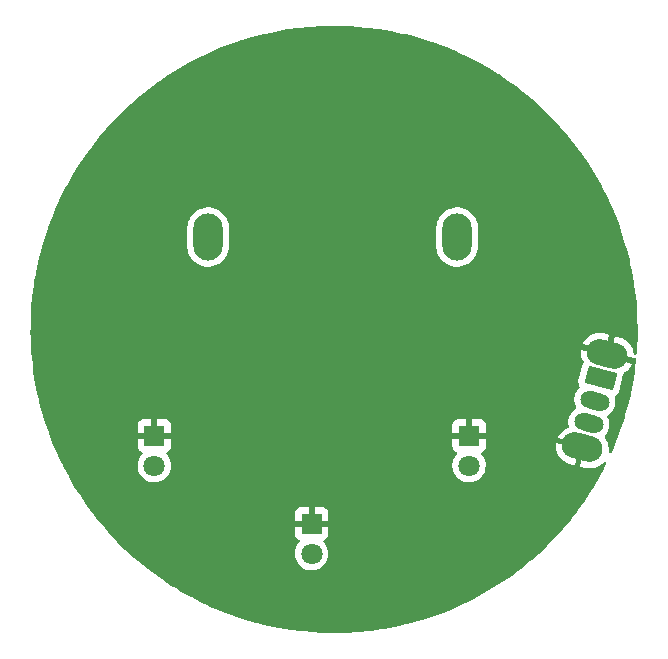
<source format=gbr>
%TF.GenerationSoftware,KiCad,Pcbnew,(6.0.4)*%
%TF.CreationDate,2022-06-06T17:04:31-07:00*%
%TF.ProjectId,Alpenglow_ChillySnowCloud_PCB,416c7065-6e67-46c6-9f77-5f4368696c6c,rev?*%
%TF.SameCoordinates,Original*%
%TF.FileFunction,Copper,L1,Top*%
%TF.FilePolarity,Positive*%
%FSLAX46Y46*%
G04 Gerber Fmt 4.6, Leading zero omitted, Abs format (unit mm)*
G04 Created by KiCad (PCBNEW (6.0.4)) date 2022-06-06 17:04:31*
%MOMM*%
%LPD*%
G01*
G04 APERTURE LIST*
G04 Aperture macros list*
%AMHorizOval*
0 Thick line with rounded ends*
0 $1 width*
0 $2 $3 position (X,Y) of the first rounded end (center of the circle)*
0 $4 $5 position (X,Y) of the second rounded end (center of the circle)*
0 Add line between two ends*
20,1,$1,$2,$3,$4,$5,0*
0 Add two circle primitives to create the rounded ends*
1,1,$1,$2,$3*
1,1,$1,$4,$5*%
%AMRotRect*
0 Rectangle, with rotation*
0 The origin of the aperture is its center*
0 $1 length*
0 $2 width*
0 $3 Rotation angle, in degrees counterclockwise*
0 Add horizontal line*
21,1,$1,$2,0,0,$3*%
G04 Aperture macros list end*
%TA.AperFunction,ComponentPad*%
%ADD10R,1.800000X1.800000*%
%TD*%
%TA.AperFunction,ComponentPad*%
%ADD11C,1.800000*%
%TD*%
%TA.AperFunction,ComponentPad*%
%ADD12O,2.500000X4.000000*%
%TD*%
%TA.AperFunction,ComponentPad*%
%ADD13HorizOval,2.200000X-0.627852X0.168232X0.627852X-0.168232X0*%
%TD*%
%TA.AperFunction,ComponentPad*%
%ADD14RotRect,1.500000X2.500000X255.000000*%
%TD*%
%TA.AperFunction,ComponentPad*%
%ADD15HorizOval,1.500000X-0.482963X0.129410X0.482963X-0.129410X0*%
%TD*%
G04 APERTURE END LIST*
D10*
%TO.P,D1,1,K*%
%TO.N,GND*%
X96088200Y-109397800D03*
D11*
%TO.P,D1,2,A*%
%TO.N,/LED+*%
X96088200Y-111937800D03*
%TD*%
D10*
%TO.P,D2,1,K*%
%TO.N,GND*%
X109397800Y-116840000D03*
D11*
%TO.P,D2,2,A*%
%TO.N,/LED+*%
X109397800Y-119380000D03*
%TD*%
D10*
%TO.P,D3,1,K*%
%TO.N,GND*%
X122732800Y-109397800D03*
D11*
%TO.P,D3,2,A*%
%TO.N,/LED+*%
X122732800Y-111937800D03*
%TD*%
D12*
%TO.P,BT1,1,+*%
%TO.N,VCC*%
X121716800Y-92583000D03*
X100634800Y-92583000D03*
%TD*%
D13*
%TO.P,SW1,*%
%TO.N,GND*%
X134443520Y-102471556D03*
X132321204Y-110392148D03*
D14*
%TO.P,SW1,1,A*%
%TO.N,unconnected-(SW1-Pad1)*%
X133900000Y-104500000D03*
D15*
%TO.P,SW1,2,B*%
%TO.N,VCC*%
X133382362Y-106431852D03*
%TO.P,SW1,3,C*%
%TO.N,/LED+*%
X132864724Y-108363703D03*
%TD*%
%TA.AperFunction,Conductor*%
%TO.N,GND*%
G36*
X111714619Y-74703779D02*
G01*
X112194626Y-74711320D01*
X112199461Y-74711488D01*
X112913298Y-74750148D01*
X113180146Y-74764599D01*
X113184956Y-74764953D01*
X114162820Y-74855667D01*
X114167622Y-74856206D01*
X115141312Y-74984395D01*
X115146050Y-74985111D01*
X115630104Y-75067852D01*
X116114134Y-75150589D01*
X116118886Y-75151496D01*
X117079840Y-75354001D01*
X117084553Y-75355089D01*
X117387538Y-75431193D01*
X118037078Y-75594346D01*
X118041698Y-75595602D01*
X118984309Y-75871240D01*
X118988905Y-75872680D01*
X119920253Y-76184305D01*
X119924806Y-76185926D01*
X120085726Y-76246733D01*
X120843494Y-76533070D01*
X120847985Y-76534867D01*
X121752641Y-76917007D01*
X121757053Y-76918970D01*
X121909870Y-76990555D01*
X122646407Y-77335575D01*
X122650740Y-77337707D01*
X122947872Y-77491068D01*
X123523444Y-77788143D01*
X123527699Y-77790444D01*
X124382455Y-78274042D01*
X124386619Y-78276505D01*
X125222153Y-78792541D01*
X125226220Y-78795161D01*
X126041374Y-79342922D01*
X126045337Y-79345697D01*
X126838849Y-79924336D01*
X126842702Y-79927261D01*
X127613401Y-80535921D01*
X127617140Y-80538992D01*
X128363929Y-81176811D01*
X128367546Y-81180023D01*
X129089268Y-81846009D01*
X129092760Y-81849357D01*
X129788420Y-82542593D01*
X129791780Y-82546073D01*
X130460292Y-83265477D01*
X130463517Y-83269084D01*
X130577362Y-83401441D01*
X131103937Y-84013642D01*
X131106981Y-84017320D01*
X131718369Y-84785939D01*
X131721307Y-84789782D01*
X132302708Y-85581265D01*
X132305493Y-85585212D01*
X132856108Y-86398467D01*
X132858726Y-86402501D01*
X133377671Y-87236222D01*
X133380149Y-87240377D01*
X133866752Y-88093481D01*
X133869058Y-88097712D01*
X134087084Y-88516536D01*
X134322526Y-88968816D01*
X134324674Y-88973142D01*
X134399755Y-89131977D01*
X134744368Y-89861012D01*
X134746345Y-89865410D01*
X134836609Y-90077031D01*
X135131663Y-90768776D01*
X135133475Y-90773261D01*
X135483817Y-91690715D01*
X135485455Y-91695267D01*
X135800328Y-92625519D01*
X135801790Y-92630128D01*
X136036393Y-93422133D01*
X136080708Y-93571739D01*
X136081989Y-93576388D01*
X136324439Y-94527557D01*
X136324565Y-94528050D01*
X136325667Y-94532747D01*
X136393629Y-94849759D01*
X136531533Y-95493025D01*
X136532456Y-95497774D01*
X136701304Y-96465226D01*
X136702041Y-96469988D01*
X136818070Y-97328152D01*
X136833628Y-97443223D01*
X136834183Y-97448016D01*
X136920994Y-98349582D01*
X136928312Y-98425587D01*
X136928681Y-98430387D01*
X136939001Y-98609361D01*
X136985214Y-99410845D01*
X136985400Y-99415679D01*
X137004262Y-100398015D01*
X137004276Y-100401973D01*
X136996651Y-101026048D01*
X136996540Y-101030005D01*
X136953683Y-102011576D01*
X136953379Y-102016404D01*
X136918436Y-102441423D01*
X136892920Y-102507676D01*
X136835635Y-102549616D01*
X136764769Y-102553928D01*
X136702822Y-102519242D01*
X136669462Y-102456572D01*
X136667938Y-102447545D01*
X136649743Y-102309337D01*
X136647691Y-102299686D01*
X136578620Y-102066506D01*
X136575075Y-102057272D01*
X136470376Y-101837769D01*
X136465442Y-101829223D01*
X136327692Y-101628793D01*
X136321477Y-101621118D01*
X136154067Y-101444705D01*
X136146735Y-101438103D01*
X135953782Y-101290045D01*
X135945511Y-101284674D01*
X135731773Y-101168625D01*
X135722763Y-101164613D01*
X135550888Y-101103749D01*
X135546205Y-101102295D01*
X135122543Y-100988775D01*
X135106667Y-100989153D01*
X135105141Y-100990186D01*
X135101540Y-100997171D01*
X134759293Y-102274454D01*
X134759671Y-102290330D01*
X134760704Y-102291856D01*
X134767689Y-102295457D01*
X136658056Y-102801979D01*
X136673932Y-102801601D01*
X136683744Y-102794960D01*
X136751370Y-102773344D01*
X136819947Y-102791720D01*
X136867703Y-102844254D01*
X136879943Y-102909632D01*
X136876384Y-102952919D01*
X136872910Y-102995174D01*
X136872421Y-102999984D01*
X136792900Y-103657120D01*
X136754440Y-103974937D01*
X136753770Y-103979709D01*
X136655088Y-104595798D01*
X136598440Y-104949459D01*
X136597583Y-104954220D01*
X136405155Y-105917227D01*
X136404117Y-105921952D01*
X136174849Y-106876924D01*
X136173629Y-106881606D01*
X136113180Y-107096661D01*
X135952723Y-107667508D01*
X135907884Y-107827027D01*
X135906489Y-107831647D01*
X135806223Y-108142076D01*
X135604636Y-108766201D01*
X135603061Y-108770775D01*
X135531035Y-108967596D01*
X135279015Y-109656275D01*
X135265557Y-109693050D01*
X135263822Y-109697523D01*
X134898098Y-110589250D01*
X134891161Y-110606164D01*
X134889240Y-110610603D01*
X134804202Y-110797204D01*
X134785377Y-110838511D01*
X134738927Y-110892204D01*
X134670822Y-110912260D01*
X134602686Y-110892312D01*
X134556150Y-110838693D01*
X134546832Y-110763299D01*
X134552288Y-110733858D01*
X134553322Y-110724028D01*
X134559689Y-110480907D01*
X134559172Y-110471057D01*
X134527427Y-110229929D01*
X134525375Y-110220278D01*
X134456304Y-109987098D01*
X134452759Y-109977864D01*
X134348060Y-109758361D01*
X134343126Y-109749815D01*
X134211255Y-109557939D01*
X134189155Y-109490469D01*
X134207041Y-109421762D01*
X134232266Y-109391623D01*
X134255463Y-109371387D01*
X134259693Y-109367697D01*
X134307355Y-109308205D01*
X134396649Y-109196749D01*
X134396652Y-109196744D01*
X134400155Y-109192372D01*
X134507349Y-108994945D01*
X134577887Y-108781655D01*
X134609542Y-108559245D01*
X134601310Y-108334744D01*
X134564990Y-108168161D01*
X134554648Y-108120730D01*
X134554647Y-108120728D01*
X134553453Y-108115250D01*
X134483245Y-107945751D01*
X134469630Y-107912881D01*
X134469627Y-107912876D01*
X134467483Y-107907699D01*
X134426391Y-107843692D01*
X134406423Y-107775563D01*
X134426458Y-107707452D01*
X134467717Y-107667508D01*
X134603231Y-107586405D01*
X134608042Y-107583526D01*
X134777331Y-107435846D01*
X134808911Y-107396428D01*
X134914287Y-107264898D01*
X134914290Y-107264893D01*
X134917793Y-107260521D01*
X135024987Y-107063094D01*
X135095525Y-106849804D01*
X135127180Y-106627394D01*
X135118948Y-106402893D01*
X135082628Y-106236310D01*
X135072286Y-106188879D01*
X135072285Y-106188877D01*
X135071091Y-106183399D01*
X135068946Y-106178220D01*
X135068943Y-106178211D01*
X135066292Y-106171812D01*
X135058702Y-106101222D01*
X135090481Y-106037735D01*
X135135804Y-106006645D01*
X135161830Y-105996209D01*
X135170157Y-105992870D01*
X135284702Y-105902895D01*
X135289921Y-105895592D01*
X135364796Y-105790815D01*
X135364797Y-105790814D01*
X135369390Y-105784386D01*
X135392008Y-105726072D01*
X135805153Y-104184195D01*
X135813939Y-104127442D01*
X135844128Y-104063184D01*
X135875460Y-104037598D01*
X135881935Y-104033860D01*
X136082367Y-103896108D01*
X136090042Y-103889893D01*
X136266455Y-103722483D01*
X136273057Y-103715151D01*
X136421115Y-103522198D01*
X136426486Y-103513927D01*
X136535429Y-103313278D01*
X136538393Y-103299491D01*
X136530729Y-103293781D01*
X134132435Y-102651161D01*
X132228984Y-102141133D01*
X132214888Y-102141469D01*
X132211125Y-102150255D01*
X132205035Y-102382797D01*
X132205552Y-102392647D01*
X132237297Y-102633775D01*
X132239349Y-102643426D01*
X132308422Y-102876612D01*
X132311960Y-102885829D01*
X132416664Y-103105344D01*
X132420404Y-103111823D01*
X132437142Y-103180819D01*
X132428758Y-103220387D01*
X132409226Y-103270744D01*
X132409221Y-103270760D01*
X132407992Y-103273928D01*
X131994847Y-104815805D01*
X131985278Y-104877616D01*
X131999366Y-105022592D01*
X132053576Y-105157785D01*
X132059120Y-105164842D01*
X132059120Y-105164843D01*
X132078623Y-105189671D01*
X132104974Y-105255597D01*
X132091500Y-105325303D01*
X132062367Y-105362454D01*
X131987393Y-105427858D01*
X131983884Y-105432238D01*
X131850437Y-105598806D01*
X131850434Y-105598811D01*
X131846931Y-105603183D01*
X131844255Y-105608112D01*
X131742410Y-105795684D01*
X131742408Y-105795690D01*
X131739736Y-105800610D01*
X131669198Y-106013900D01*
X131637543Y-106236310D01*
X131645776Y-106460811D01*
X131646970Y-106466289D01*
X131646971Y-106466294D01*
X131683307Y-106632945D01*
X131693633Y-106680305D01*
X131779603Y-106887856D01*
X131782634Y-106892578D01*
X131782636Y-106892581D01*
X131820693Y-106951861D01*
X131840662Y-107019992D01*
X131820627Y-107088103D01*
X131779370Y-107128046D01*
X131639044Y-107212029D01*
X131469755Y-107359709D01*
X131466246Y-107364089D01*
X131332799Y-107530657D01*
X131332796Y-107530662D01*
X131329293Y-107535034D01*
X131326617Y-107539963D01*
X131224772Y-107727535D01*
X131224770Y-107727541D01*
X131222098Y-107732461D01*
X131151560Y-107945751D01*
X131119905Y-108168161D01*
X131128138Y-108392662D01*
X131129334Y-108398147D01*
X131169923Y-108584309D01*
X131164891Y-108655127D01*
X131122372Y-108711982D01*
X131101059Y-108724876D01*
X130891339Y-108824908D01*
X130882782Y-108829848D01*
X130682358Y-108967596D01*
X130674682Y-108973811D01*
X130498269Y-109141221D01*
X130491667Y-109148553D01*
X130343609Y-109341506D01*
X130338238Y-109349777D01*
X130229295Y-109550426D01*
X130226331Y-109564213D01*
X130233995Y-109569923D01*
X132510582Y-110179932D01*
X132571205Y-110216884D01*
X132602226Y-110280744D01*
X132599678Y-110334250D01*
X132500809Y-110703233D01*
X132155056Y-111993600D01*
X132155434Y-112009476D01*
X132156467Y-112011002D01*
X132163452Y-112014603D01*
X132591514Y-112129301D01*
X132596331Y-112130391D01*
X132775581Y-112163613D01*
X132785408Y-112164646D01*
X133028528Y-112171013D01*
X133038378Y-112170496D01*
X133279506Y-112138751D01*
X133289157Y-112136699D01*
X133522344Y-112067626D01*
X133531561Y-112064088D01*
X133751073Y-111959386D01*
X133759626Y-111954447D01*
X133960051Y-111816700D01*
X133967726Y-111810485D01*
X134133399Y-111653266D01*
X134196581Y-111620884D01*
X134267240Y-111627800D01*
X134322942Y-111671820D01*
X134346003Y-111738967D01*
X134332697Y-111801277D01*
X134038628Y-112385968D01*
X134036372Y-112390248D01*
X133823193Y-112776422D01*
X133614725Y-113154062D01*
X133561741Y-113250042D01*
X133559330Y-113254218D01*
X133282316Y-113713428D01*
X133052054Y-114095138D01*
X133049476Y-114099232D01*
X132510298Y-114920052D01*
X132507565Y-114924044D01*
X131937251Y-115723594D01*
X131934366Y-115727477D01*
X131849216Y-115837648D01*
X131602985Y-116156235D01*
X131333829Y-116504482D01*
X131330798Y-116508253D01*
X130700830Y-117261685D01*
X130697656Y-117265336D01*
X130039239Y-117994021D01*
X130035927Y-117997547D01*
X129350052Y-118700390D01*
X129346609Y-118703786D01*
X129160277Y-118880609D01*
X128634218Y-119379820D01*
X128630645Y-119383082D01*
X128551789Y-119452359D01*
X128036647Y-119904922D01*
X127892863Y-120031239D01*
X127889177Y-120034354D01*
X127470712Y-120374432D01*
X127127020Y-120653743D01*
X127123213Y-120656717D01*
X126689659Y-120982239D01*
X126337862Y-121246376D01*
X126333938Y-121249206D01*
X125526533Y-121808278D01*
X125522504Y-121810955D01*
X124694229Y-122338625D01*
X124690100Y-122341146D01*
X123842157Y-122836644D01*
X123837954Y-122838992D01*
X122971641Y-123301560D01*
X122967331Y-123303756D01*
X122083895Y-123732730D01*
X122079537Y-123734744D01*
X121180243Y-124129506D01*
X121175805Y-124131353D01*
X120335871Y-124462212D01*
X120262047Y-124491292D01*
X120257513Y-124492978D01*
X119330631Y-124817568D01*
X119326035Y-124819079D01*
X118387368Y-125107850D01*
X118382718Y-125109183D01*
X117847786Y-125251518D01*
X117433657Y-125361709D01*
X117428996Y-125362854D01*
X116470923Y-125578765D01*
X116466203Y-125579734D01*
X115500546Y-125758709D01*
X115495791Y-125759496D01*
X115291749Y-125789262D01*
X114524013Y-125901262D01*
X114519213Y-125901869D01*
X114030940Y-125954051D01*
X113542646Y-126006234D01*
X113537869Y-126006651D01*
X112948936Y-126046801D01*
X112558080Y-126073447D01*
X112553248Y-126073684D01*
X112062409Y-126088252D01*
X111571558Y-126102820D01*
X111566747Y-126102870D01*
X110888767Y-126096953D01*
X110584714Y-126094299D01*
X110579879Y-126094164D01*
X110145599Y-126073684D01*
X109598902Y-126047902D01*
X109594091Y-126047584D01*
X108615562Y-125963694D01*
X108610768Y-125963190D01*
X107636220Y-125841804D01*
X107631435Y-125841114D01*
X106662276Y-125682408D01*
X106657518Y-125681535D01*
X105695140Y-125485737D01*
X105690418Y-125484681D01*
X104736289Y-125252089D01*
X104731612Y-125250853D01*
X104110820Y-125074016D01*
X103787117Y-124981807D01*
X103782498Y-124980395D01*
X102849015Y-124675286D01*
X102844446Y-124673695D01*
X101923369Y-124332978D01*
X101918865Y-124331213D01*
X101011537Y-123955386D01*
X101007104Y-123953449D01*
X100521289Y-123729999D01*
X100114868Y-123543066D01*
X100110541Y-123540974D01*
X99234710Y-123096640D01*
X99230447Y-123094373D01*
X98999417Y-122965783D01*
X98372346Y-122616760D01*
X98368165Y-122614327D01*
X97914715Y-122338625D01*
X97529008Y-122104111D01*
X97524951Y-122101537D01*
X96705966Y-121559462D01*
X96701992Y-121556720D01*
X95904502Y-120983664D01*
X95900628Y-120980767D01*
X95141475Y-120389784D01*
X95125659Y-120377471D01*
X95121906Y-120374432D01*
X94932241Y-120214719D01*
X94370691Y-119741850D01*
X94367068Y-119738678D01*
X93934937Y-119345469D01*
X107984895Y-119345469D01*
X107985192Y-119350622D01*
X107985192Y-119350625D01*
X107990867Y-119449041D01*
X107998227Y-119576697D01*
X107999364Y-119581743D01*
X107999365Y-119581749D01*
X108031541Y-119724523D01*
X108049146Y-119802642D01*
X108051088Y-119807424D01*
X108051089Y-119807428D01*
X108134340Y-120012450D01*
X108136284Y-120017237D01*
X108257301Y-120214719D01*
X108408947Y-120389784D01*
X108587149Y-120537730D01*
X108787122Y-120654584D01*
X109003494Y-120737209D01*
X109008560Y-120738240D01*
X109008561Y-120738240D01*
X109061646Y-120749040D01*
X109230456Y-120783385D01*
X109361124Y-120788176D01*
X109456749Y-120791683D01*
X109456753Y-120791683D01*
X109461913Y-120791872D01*
X109467033Y-120791216D01*
X109467035Y-120791216D01*
X109540070Y-120781860D01*
X109691647Y-120762442D01*
X109696595Y-120760957D01*
X109696602Y-120760956D01*
X109908547Y-120697369D01*
X109913490Y-120695886D01*
X109996408Y-120655265D01*
X110116849Y-120596262D01*
X110116852Y-120596260D01*
X110121484Y-120593991D01*
X110310043Y-120459494D01*
X110474103Y-120296005D01*
X110609258Y-120107917D01*
X110647155Y-120031239D01*
X110709584Y-119904922D01*
X110709585Y-119904920D01*
X110711878Y-119900280D01*
X110779208Y-119678671D01*
X110809440Y-119449041D01*
X110811127Y-119380000D01*
X110804832Y-119303434D01*
X110792573Y-119154318D01*
X110792572Y-119154312D01*
X110792149Y-119149167D01*
X110735725Y-118924533D01*
X110733666Y-118919797D01*
X110645430Y-118716868D01*
X110645428Y-118716865D01*
X110643370Y-118712131D01*
X110517564Y-118517665D01*
X110427286Y-118418450D01*
X110396234Y-118354605D01*
X110404629Y-118284106D01*
X110449805Y-118229338D01*
X110476249Y-118215669D01*
X110535854Y-118193324D01*
X110551449Y-118184786D01*
X110653524Y-118108285D01*
X110666085Y-118095724D01*
X110742586Y-117993649D01*
X110751124Y-117978054D01*
X110796278Y-117857606D01*
X110799905Y-117842351D01*
X110805431Y-117791486D01*
X110805800Y-117784672D01*
X110805800Y-117112115D01*
X110801325Y-117096876D01*
X110799935Y-117095671D01*
X110792252Y-117094000D01*
X108007916Y-117094000D01*
X107992677Y-117098475D01*
X107991472Y-117099865D01*
X107989801Y-117107548D01*
X107989801Y-117784669D01*
X107990171Y-117791490D01*
X107995695Y-117842352D01*
X107999321Y-117857604D01*
X108044476Y-117978054D01*
X108053014Y-117993649D01*
X108129515Y-118095724D01*
X108142076Y-118108285D01*
X108244151Y-118184786D01*
X108259746Y-118193324D01*
X108319340Y-118215665D01*
X108376104Y-118258307D01*
X108400804Y-118324868D01*
X108385596Y-118394217D01*
X108366204Y-118420698D01*
X108299439Y-118490564D01*
X108296525Y-118494836D01*
X108296524Y-118494837D01*
X108280952Y-118517665D01*
X108168919Y-118681899D01*
X108071402Y-118891981D01*
X108009507Y-119115169D01*
X107984895Y-119345469D01*
X93934937Y-119345469D01*
X93640685Y-119077720D01*
X93637170Y-119074396D01*
X92936688Y-118386033D01*
X92933304Y-118382577D01*
X92259798Y-117667872D01*
X92256548Y-117664288D01*
X92182453Y-117579351D01*
X91610941Y-116924214D01*
X91607865Y-116920548D01*
X91323302Y-116567885D01*
X107989800Y-116567885D01*
X107994275Y-116583124D01*
X107995665Y-116584329D01*
X108003348Y-116586000D01*
X109125685Y-116586000D01*
X109140924Y-116581525D01*
X109142129Y-116580135D01*
X109143800Y-116572452D01*
X109143800Y-116567885D01*
X109651800Y-116567885D01*
X109656275Y-116583124D01*
X109657665Y-116584329D01*
X109665348Y-116586000D01*
X110787684Y-116586000D01*
X110802923Y-116581525D01*
X110804128Y-116580135D01*
X110805799Y-116572452D01*
X110805799Y-115895331D01*
X110805429Y-115888510D01*
X110799905Y-115837648D01*
X110796279Y-115822396D01*
X110751124Y-115701946D01*
X110742586Y-115686351D01*
X110666085Y-115584276D01*
X110653524Y-115571715D01*
X110551449Y-115495214D01*
X110535854Y-115486676D01*
X110415406Y-115441522D01*
X110400151Y-115437895D01*
X110349286Y-115432369D01*
X110342472Y-115432000D01*
X109669915Y-115432000D01*
X109654676Y-115436475D01*
X109653471Y-115437865D01*
X109651800Y-115445548D01*
X109651800Y-116567885D01*
X109143800Y-116567885D01*
X109143800Y-115450116D01*
X109139325Y-115434877D01*
X109137935Y-115433672D01*
X109130252Y-115432001D01*
X108453131Y-115432001D01*
X108446310Y-115432371D01*
X108395448Y-115437895D01*
X108380196Y-115441521D01*
X108259746Y-115486676D01*
X108244151Y-115495214D01*
X108142076Y-115571715D01*
X108129515Y-115584276D01*
X108053014Y-115686351D01*
X108044476Y-115701946D01*
X107999322Y-115822394D01*
X107995695Y-115837649D01*
X107990169Y-115888514D01*
X107989800Y-115895328D01*
X107989800Y-116567885D01*
X91323302Y-116567885D01*
X91135307Y-116334900D01*
X90991143Y-116156235D01*
X90988178Y-116152413D01*
X90401254Y-115364995D01*
X90398438Y-115361061D01*
X90096735Y-114922081D01*
X89842171Y-114551687D01*
X89839540Y-114547698D01*
X89314748Y-113717560D01*
X89312246Y-113713428D01*
X88819723Y-112863779D01*
X88817378Y-112859548D01*
X88357847Y-111991647D01*
X88355665Y-111987329D01*
X88315210Y-111903269D01*
X94675295Y-111903269D01*
X94675592Y-111908422D01*
X94675592Y-111908425D01*
X94681714Y-112014603D01*
X94688627Y-112134497D01*
X94689764Y-112139543D01*
X94689765Y-112139549D01*
X94721941Y-112282323D01*
X94739546Y-112360442D01*
X94741488Y-112365224D01*
X94741489Y-112365228D01*
X94824740Y-112570250D01*
X94826684Y-112575037D01*
X94947701Y-112772519D01*
X95099347Y-112947584D01*
X95277549Y-113095530D01*
X95477522Y-113212384D01*
X95693894Y-113295009D01*
X95698960Y-113296040D01*
X95698961Y-113296040D01*
X95752046Y-113306840D01*
X95920856Y-113341185D01*
X96051524Y-113345976D01*
X96147149Y-113349483D01*
X96147153Y-113349483D01*
X96152313Y-113349672D01*
X96157433Y-113349016D01*
X96157435Y-113349016D01*
X96230470Y-113339660D01*
X96382047Y-113320242D01*
X96386995Y-113318757D01*
X96387002Y-113318756D01*
X96598947Y-113255169D01*
X96603890Y-113253686D01*
X96608524Y-113251416D01*
X96807249Y-113154062D01*
X96807252Y-113154060D01*
X96811884Y-113151791D01*
X97000443Y-113017294D01*
X97164503Y-112853805D01*
X97299658Y-112665717D01*
X97346841Y-112570250D01*
X97399984Y-112462722D01*
X97399985Y-112462720D01*
X97402278Y-112458080D01*
X97469608Y-112236471D01*
X97499840Y-112006841D01*
X97501527Y-111937800D01*
X97498688Y-111903269D01*
X121319895Y-111903269D01*
X121320192Y-111908422D01*
X121320192Y-111908425D01*
X121326314Y-112014603D01*
X121333227Y-112134497D01*
X121334364Y-112139543D01*
X121334365Y-112139549D01*
X121366541Y-112282323D01*
X121384146Y-112360442D01*
X121386088Y-112365224D01*
X121386089Y-112365228D01*
X121469340Y-112570250D01*
X121471284Y-112575037D01*
X121592301Y-112772519D01*
X121743947Y-112947584D01*
X121922149Y-113095530D01*
X122122122Y-113212384D01*
X122338494Y-113295009D01*
X122343560Y-113296040D01*
X122343561Y-113296040D01*
X122396646Y-113306840D01*
X122565456Y-113341185D01*
X122696124Y-113345976D01*
X122791749Y-113349483D01*
X122791753Y-113349483D01*
X122796913Y-113349672D01*
X122802033Y-113349016D01*
X122802035Y-113349016D01*
X122875070Y-113339660D01*
X123026647Y-113320242D01*
X123031595Y-113318757D01*
X123031602Y-113318756D01*
X123243547Y-113255169D01*
X123248490Y-113253686D01*
X123253124Y-113251416D01*
X123451849Y-113154062D01*
X123451852Y-113154060D01*
X123456484Y-113151791D01*
X123645043Y-113017294D01*
X123809103Y-112853805D01*
X123944258Y-112665717D01*
X123991441Y-112570250D01*
X124044584Y-112462722D01*
X124044585Y-112462720D01*
X124046878Y-112458080D01*
X124114208Y-112236471D01*
X124144440Y-112006841D01*
X124146127Y-111937800D01*
X124129780Y-111738967D01*
X124127573Y-111712118D01*
X124127572Y-111712112D01*
X124127149Y-111706967D01*
X124095014Y-111579030D01*
X124071984Y-111487344D01*
X124071983Y-111487340D01*
X124070725Y-111482333D01*
X124068666Y-111477597D01*
X123980430Y-111274668D01*
X123980428Y-111274665D01*
X123978370Y-111269931D01*
X123852564Y-111075465D01*
X123762286Y-110976250D01*
X123731234Y-110912405D01*
X123739629Y-110841906D01*
X123784805Y-110787138D01*
X123811249Y-110773469D01*
X123870854Y-110751124D01*
X123886449Y-110742586D01*
X123988524Y-110666085D01*
X124001085Y-110653524D01*
X124077586Y-110551449D01*
X124086124Y-110535854D01*
X124131278Y-110415406D01*
X124134905Y-110400151D01*
X124140431Y-110349286D01*
X124140800Y-110342472D01*
X124140800Y-110303389D01*
X130082719Y-110303389D01*
X130083236Y-110313239D01*
X130114981Y-110554367D01*
X130117033Y-110564018D01*
X130186106Y-110797204D01*
X130189644Y-110806421D01*
X130294346Y-111025934D01*
X130299284Y-111034486D01*
X130437032Y-111234910D01*
X130443247Y-111242586D01*
X130610657Y-111418999D01*
X130617989Y-111425601D01*
X130810942Y-111573659D01*
X130819213Y-111579030D01*
X131032948Y-111695078D01*
X131041964Y-111699092D01*
X131213825Y-111759951D01*
X131218526Y-111761411D01*
X131642181Y-111874929D01*
X131658057Y-111874551D01*
X131659583Y-111873518D01*
X131663184Y-111866533D01*
X132005431Y-110589250D01*
X132005053Y-110573374D01*
X132004020Y-110571848D01*
X131997035Y-110568247D01*
X130106668Y-110061725D01*
X130092572Y-110062061D01*
X130088809Y-110070847D01*
X130082719Y-110303389D01*
X124140800Y-110303389D01*
X124140800Y-109669915D01*
X124136325Y-109654676D01*
X124134935Y-109653471D01*
X124127252Y-109651800D01*
X121342916Y-109651800D01*
X121327677Y-109656275D01*
X121326472Y-109657665D01*
X121324801Y-109665348D01*
X121324801Y-110342469D01*
X121325171Y-110349290D01*
X121330695Y-110400152D01*
X121334321Y-110415404D01*
X121379476Y-110535854D01*
X121388014Y-110551449D01*
X121464515Y-110653524D01*
X121477076Y-110666085D01*
X121579151Y-110742586D01*
X121594746Y-110751124D01*
X121654340Y-110773465D01*
X121711104Y-110816107D01*
X121735804Y-110882668D01*
X121720596Y-110952017D01*
X121701204Y-110978498D01*
X121634439Y-111048364D01*
X121631525Y-111052636D01*
X121631524Y-111052637D01*
X121615952Y-111075465D01*
X121503919Y-111239699D01*
X121406402Y-111449781D01*
X121344507Y-111672969D01*
X121319895Y-111903269D01*
X97498688Y-111903269D01*
X97485180Y-111738967D01*
X97482973Y-111712118D01*
X97482972Y-111712112D01*
X97482549Y-111706967D01*
X97450414Y-111579030D01*
X97427384Y-111487344D01*
X97427383Y-111487340D01*
X97426125Y-111482333D01*
X97424066Y-111477597D01*
X97335830Y-111274668D01*
X97335828Y-111274665D01*
X97333770Y-111269931D01*
X97207964Y-111075465D01*
X97117686Y-110976250D01*
X97086634Y-110912405D01*
X97095029Y-110841906D01*
X97140205Y-110787138D01*
X97166649Y-110773469D01*
X97226254Y-110751124D01*
X97241849Y-110742586D01*
X97343924Y-110666085D01*
X97356485Y-110653524D01*
X97432986Y-110551449D01*
X97441524Y-110535854D01*
X97486678Y-110415406D01*
X97490305Y-110400151D01*
X97495831Y-110349286D01*
X97496200Y-110342472D01*
X97496200Y-109669915D01*
X97491725Y-109654676D01*
X97490335Y-109653471D01*
X97482652Y-109651800D01*
X94698316Y-109651800D01*
X94683077Y-109656275D01*
X94681872Y-109657665D01*
X94680201Y-109665348D01*
X94680201Y-110342469D01*
X94680571Y-110349290D01*
X94686095Y-110400152D01*
X94689721Y-110415404D01*
X94734876Y-110535854D01*
X94743414Y-110551449D01*
X94819915Y-110653524D01*
X94832476Y-110666085D01*
X94934551Y-110742586D01*
X94950146Y-110751124D01*
X95009740Y-110773465D01*
X95066504Y-110816107D01*
X95091204Y-110882668D01*
X95075996Y-110952017D01*
X95056604Y-110978498D01*
X94989839Y-111048364D01*
X94986925Y-111052636D01*
X94986924Y-111052637D01*
X94971352Y-111075465D01*
X94859319Y-111239699D01*
X94761802Y-111449781D01*
X94699907Y-111672969D01*
X94675295Y-111903269D01*
X88315210Y-111903269D01*
X88201981Y-111667997D01*
X87929768Y-111102379D01*
X87927757Y-111097987D01*
X87906180Y-111048364D01*
X87536149Y-110197349D01*
X87534310Y-110192888D01*
X87529259Y-110179932D01*
X87177574Y-109277904D01*
X87175907Y-109273375D01*
X87124765Y-109125685D01*
X94680200Y-109125685D01*
X94684675Y-109140924D01*
X94686065Y-109142129D01*
X94693748Y-109143800D01*
X95816085Y-109143800D01*
X95831324Y-109139325D01*
X95832529Y-109137935D01*
X95834200Y-109130252D01*
X95834200Y-109125685D01*
X96342200Y-109125685D01*
X96346675Y-109140924D01*
X96348065Y-109142129D01*
X96355748Y-109143800D01*
X97478084Y-109143800D01*
X97493323Y-109139325D01*
X97494528Y-109137935D01*
X97496199Y-109130252D01*
X97496199Y-109125685D01*
X121324800Y-109125685D01*
X121329275Y-109140924D01*
X121330665Y-109142129D01*
X121338348Y-109143800D01*
X122460685Y-109143800D01*
X122475924Y-109139325D01*
X122477129Y-109137935D01*
X122478800Y-109130252D01*
X122478800Y-109125685D01*
X122986800Y-109125685D01*
X122991275Y-109140924D01*
X122992665Y-109142129D01*
X123000348Y-109143800D01*
X124122684Y-109143800D01*
X124137923Y-109139325D01*
X124139128Y-109137935D01*
X124140799Y-109130252D01*
X124140799Y-108453131D01*
X124140429Y-108446310D01*
X124134905Y-108395448D01*
X124131279Y-108380196D01*
X124086124Y-108259746D01*
X124077586Y-108244151D01*
X124001085Y-108142076D01*
X123988524Y-108129515D01*
X123886449Y-108053014D01*
X123870854Y-108044476D01*
X123750406Y-107999322D01*
X123735151Y-107995695D01*
X123684286Y-107990169D01*
X123677472Y-107989800D01*
X123004915Y-107989800D01*
X122989676Y-107994275D01*
X122988471Y-107995665D01*
X122986800Y-108003348D01*
X122986800Y-109125685D01*
X122478800Y-109125685D01*
X122478800Y-108007916D01*
X122474325Y-107992677D01*
X122472935Y-107991472D01*
X122465252Y-107989801D01*
X121788131Y-107989801D01*
X121781310Y-107990171D01*
X121730448Y-107995695D01*
X121715196Y-107999321D01*
X121594746Y-108044476D01*
X121579151Y-108053014D01*
X121477076Y-108129515D01*
X121464515Y-108142076D01*
X121388014Y-108244151D01*
X121379476Y-108259746D01*
X121334322Y-108380194D01*
X121330695Y-108395449D01*
X121325169Y-108446314D01*
X121324800Y-108453128D01*
X121324800Y-109125685D01*
X97496199Y-109125685D01*
X97496199Y-108453131D01*
X97495829Y-108446310D01*
X97490305Y-108395448D01*
X97486679Y-108380196D01*
X97441524Y-108259746D01*
X97432986Y-108244151D01*
X97356485Y-108142076D01*
X97343924Y-108129515D01*
X97241849Y-108053014D01*
X97226254Y-108044476D01*
X97105806Y-107999322D01*
X97090551Y-107995695D01*
X97039686Y-107990169D01*
X97032872Y-107989800D01*
X96360315Y-107989800D01*
X96345076Y-107994275D01*
X96343871Y-107995665D01*
X96342200Y-108003348D01*
X96342200Y-109125685D01*
X95834200Y-109125685D01*
X95834200Y-108007916D01*
X95829725Y-107992677D01*
X95828335Y-107991472D01*
X95820652Y-107989801D01*
X95143531Y-107989801D01*
X95136710Y-107990171D01*
X95085848Y-107995695D01*
X95070596Y-107999321D01*
X94950146Y-108044476D01*
X94934551Y-108053014D01*
X94832476Y-108129515D01*
X94819915Y-108142076D01*
X94743414Y-108244151D01*
X94734876Y-108259746D01*
X94689722Y-108380194D01*
X94686095Y-108395449D01*
X94680569Y-108446314D01*
X94680200Y-108453128D01*
X94680200Y-109125685D01*
X87124765Y-109125685D01*
X86854548Y-108345345D01*
X86853053Y-108340744D01*
X86567562Y-107401082D01*
X86566245Y-107396428D01*
X86434063Y-106892581D01*
X86317024Y-106446455D01*
X86315896Y-106441788D01*
X86308518Y-106408504D01*
X86103341Y-105483012D01*
X86102387Y-105478285D01*
X86092553Y-105424168D01*
X86006283Y-104949459D01*
X85926784Y-104512004D01*
X85926011Y-104507229D01*
X85850255Y-103974937D01*
X85787636Y-103534957D01*
X85787048Y-103530169D01*
X85686093Y-102553241D01*
X85685691Y-102548444D01*
X85679167Y-102447545D01*
X85627179Y-101643621D01*
X132348647Y-101643621D01*
X132356311Y-101649331D01*
X134246418Y-102155783D01*
X134262294Y-102155405D01*
X134263820Y-102154372D01*
X134267421Y-102147387D01*
X134609668Y-100870104D01*
X134609290Y-100854228D01*
X134608257Y-100852702D01*
X134601272Y-100849101D01*
X134173210Y-100734403D01*
X134168393Y-100733313D01*
X133989143Y-100700091D01*
X133979316Y-100699058D01*
X133736195Y-100692691D01*
X133726345Y-100693208D01*
X133485217Y-100724953D01*
X133475566Y-100727005D01*
X133242380Y-100796078D01*
X133233163Y-100799616D01*
X133013650Y-100904318D01*
X133005098Y-100909256D01*
X132804674Y-101047004D01*
X132796998Y-101053219D01*
X132620585Y-101220629D01*
X132613983Y-101227961D01*
X132465925Y-101420914D01*
X132460554Y-101429185D01*
X132351611Y-101629834D01*
X132348647Y-101643621D01*
X85627179Y-101643621D01*
X85622318Y-101568451D01*
X85622098Y-101563619D01*
X85611649Y-101164613D01*
X85596389Y-100581847D01*
X85596355Y-100577035D01*
X85598495Y-100401973D01*
X85608355Y-99595004D01*
X85608506Y-99590191D01*
X85617347Y-99415679D01*
X85658193Y-98609344D01*
X85658530Y-98604535D01*
X85664677Y-98535666D01*
X85745829Y-97626371D01*
X85746351Y-97621563D01*
X85871140Y-96647431D01*
X85871847Y-96642645D01*
X85927304Y-96311251D01*
X86033938Y-95674031D01*
X86034826Y-95669287D01*
X86233978Y-94707618D01*
X86235050Y-94702900D01*
X86470971Y-93749590D01*
X86472223Y-93744917D01*
X86571964Y-93399354D01*
X98876300Y-93399354D01*
X98876473Y-93401679D01*
X98876473Y-93401685D01*
X98889111Y-93571739D01*
X98890739Y-93593652D01*
X98891768Y-93598200D01*
X98891769Y-93598206D01*
X98924967Y-93744917D01*
X98948423Y-93848577D01*
X99043153Y-94092177D01*
X99172849Y-94319098D01*
X99334662Y-94524357D01*
X99525037Y-94703443D01*
X99739791Y-94852424D01*
X99743981Y-94854490D01*
X99743984Y-94854492D01*
X99970019Y-94965960D01*
X99970022Y-94965961D01*
X99974207Y-94968025D01*
X99978650Y-94969447D01*
X99978652Y-94969448D01*
X100218677Y-95046280D01*
X100223135Y-95047707D01*
X100481107Y-95089721D01*
X100594858Y-95091210D01*
X100737778Y-95093081D01*
X100737781Y-95093081D01*
X100742455Y-95093142D01*
X101001438Y-95057896D01*
X101252367Y-94984757D01*
X101288662Y-94968025D01*
X101306912Y-94959611D01*
X101489728Y-94875332D01*
X101539776Y-94842519D01*
X101704396Y-94734590D01*
X101704401Y-94734586D01*
X101708309Y-94732024D01*
X101903306Y-94557982D01*
X102070437Y-94357030D01*
X102206029Y-94133581D01*
X102307103Y-93892545D01*
X102371441Y-93639217D01*
X102387200Y-93482718D01*
X102392984Y-93425271D01*
X102393300Y-93422133D01*
X102393300Y-93399354D01*
X119958300Y-93399354D01*
X119958473Y-93401679D01*
X119958473Y-93401685D01*
X119971111Y-93571739D01*
X119972739Y-93593652D01*
X119973768Y-93598200D01*
X119973769Y-93598206D01*
X120006967Y-93744917D01*
X120030423Y-93848577D01*
X120125153Y-94092177D01*
X120254849Y-94319098D01*
X120416662Y-94524357D01*
X120607037Y-94703443D01*
X120821791Y-94852424D01*
X120825981Y-94854490D01*
X120825984Y-94854492D01*
X121052019Y-94965960D01*
X121052022Y-94965961D01*
X121056207Y-94968025D01*
X121060650Y-94969447D01*
X121060652Y-94969448D01*
X121300677Y-95046280D01*
X121305135Y-95047707D01*
X121563107Y-95089721D01*
X121676858Y-95091210D01*
X121819778Y-95093081D01*
X121819781Y-95093081D01*
X121824455Y-95093142D01*
X122083438Y-95057896D01*
X122334367Y-94984757D01*
X122370662Y-94968025D01*
X122388912Y-94959611D01*
X122571728Y-94875332D01*
X122621776Y-94842519D01*
X122786396Y-94734590D01*
X122786401Y-94734586D01*
X122790309Y-94732024D01*
X122985306Y-94557982D01*
X123152437Y-94357030D01*
X123288029Y-94133581D01*
X123389103Y-93892545D01*
X123453441Y-93639217D01*
X123469200Y-93482718D01*
X123474984Y-93425271D01*
X123475300Y-93422133D01*
X123475300Y-91766646D01*
X123469826Y-91692979D01*
X123461207Y-91577000D01*
X123461206Y-91576996D01*
X123460861Y-91572348D01*
X123449525Y-91522248D01*
X123404208Y-91321980D01*
X123403177Y-91317423D01*
X123308447Y-91073823D01*
X123178751Y-90846902D01*
X123016938Y-90641643D01*
X122826563Y-90462557D01*
X122611809Y-90313576D01*
X122607616Y-90311508D01*
X122381581Y-90200040D01*
X122381578Y-90200039D01*
X122377393Y-90197975D01*
X122331249Y-90183204D01*
X122132923Y-90119720D01*
X122128465Y-90118293D01*
X121870493Y-90076279D01*
X121756742Y-90074790D01*
X121613822Y-90072919D01*
X121613819Y-90072919D01*
X121609145Y-90072858D01*
X121350162Y-90108104D01*
X121099233Y-90181243D01*
X121094980Y-90183203D01*
X121094979Y-90183204D01*
X121058459Y-90200040D01*
X120861872Y-90290668D01*
X120822867Y-90316241D01*
X120647204Y-90431410D01*
X120647199Y-90431414D01*
X120643291Y-90433976D01*
X120448294Y-90608018D01*
X120281163Y-90808970D01*
X120278734Y-90812973D01*
X120201726Y-90939879D01*
X120145571Y-91032419D01*
X120044497Y-91273455D01*
X119980159Y-91526783D01*
X119958300Y-91743867D01*
X119958300Y-93399354D01*
X102393300Y-93399354D01*
X102393300Y-91766646D01*
X102387826Y-91692979D01*
X102379207Y-91577000D01*
X102379206Y-91576996D01*
X102378861Y-91572348D01*
X102367525Y-91522248D01*
X102322208Y-91321980D01*
X102321177Y-91317423D01*
X102226447Y-91073823D01*
X102096751Y-90846902D01*
X101934938Y-90641643D01*
X101744563Y-90462557D01*
X101529809Y-90313576D01*
X101525616Y-90311508D01*
X101299581Y-90200040D01*
X101299578Y-90200039D01*
X101295393Y-90197975D01*
X101249249Y-90183204D01*
X101050923Y-90119720D01*
X101046465Y-90118293D01*
X100788493Y-90076279D01*
X100674742Y-90074790D01*
X100531822Y-90072919D01*
X100531819Y-90072919D01*
X100527145Y-90072858D01*
X100268162Y-90108104D01*
X100017233Y-90181243D01*
X100012980Y-90183203D01*
X100012979Y-90183204D01*
X99976459Y-90200040D01*
X99779872Y-90290668D01*
X99740867Y-90316241D01*
X99565204Y-90431410D01*
X99565199Y-90431414D01*
X99561291Y-90433976D01*
X99366294Y-90608018D01*
X99199163Y-90808970D01*
X99196734Y-90812973D01*
X99119726Y-90939879D01*
X99063571Y-91032419D01*
X98962497Y-91273455D01*
X98898159Y-91526783D01*
X98876300Y-91743867D01*
X98876300Y-93399354D01*
X86571964Y-93399354D01*
X86744564Y-92801367D01*
X86745994Y-92796746D01*
X87054363Y-91864325D01*
X87055970Y-91859762D01*
X87089909Y-91768990D01*
X87399900Y-90939879D01*
X87401681Y-90935381D01*
X87558127Y-90561384D01*
X87780669Y-90029381D01*
X87782615Y-90024968D01*
X87856673Y-89865425D01*
X88196113Y-89134164D01*
X88198234Y-89129816D01*
X88645612Y-88255562D01*
X88647898Y-88251299D01*
X88736462Y-88093481D01*
X89128503Y-87394872D01*
X89130951Y-87390699D01*
X89644098Y-86553319D01*
X89646705Y-86549244D01*
X90191588Y-85732225D01*
X90194349Y-85728252D01*
X90770218Y-84932721D01*
X90773103Y-84928891D01*
X91379106Y-84156027D01*
X91382164Y-84152278D01*
X92017362Y-83403279D01*
X92020561Y-83399651D01*
X92684024Y-82675607D01*
X92687360Y-82672103D01*
X93378164Y-81974028D01*
X93381632Y-81970656D01*
X94098697Y-81299637D01*
X94102293Y-81296399D01*
X94236642Y-81180023D01*
X94844601Y-80653393D01*
X94848317Y-80650297D01*
X95614755Y-80036264D01*
X95618588Y-80033312D01*
X96408053Y-79449139D01*
X96411997Y-79446337D01*
X96563598Y-79342922D01*
X97223282Y-78892916D01*
X97227319Y-78890274D01*
X98059256Y-78368402D01*
X98063389Y-78365918D01*
X98914762Y-77876357D01*
X98919001Y-77874026D01*
X99648427Y-77491068D01*
X99788547Y-77417503D01*
X99792838Y-77415355D01*
X100679275Y-76992547D01*
X100683651Y-76990562D01*
X101585652Y-76602099D01*
X101590110Y-76600280D01*
X102506363Y-76246727D01*
X102510874Y-76245084D01*
X103272600Y-75984287D01*
X103440030Y-75926963D01*
X103444636Y-75925484D01*
X103491723Y-75911357D01*
X104385312Y-75643268D01*
X104389925Y-75641980D01*
X105340743Y-75396082D01*
X105345449Y-75394961D01*
X105533308Y-75354001D01*
X106305021Y-75185740D01*
X106309717Y-75184811D01*
X107276593Y-75012585D01*
X107281334Y-75011834D01*
X108254117Y-74876849D01*
X108258904Y-74876278D01*
X109236153Y-74778736D01*
X109240939Y-74778350D01*
X110221210Y-74718394D01*
X110226003Y-74718193D01*
X111207898Y-74695911D01*
X111212698Y-74695895D01*
X111714619Y-74703779D01*
G37*
%TD.AperFunction*%
%TD*%
M02*

</source>
